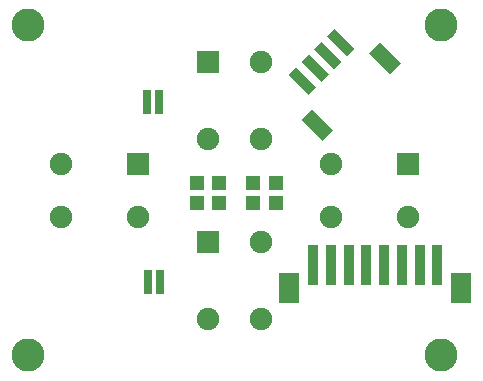
<source format=gts>
G04 DipTrace 2.4.0.2*
%INTopMask.gbr*%
%MOIN*%
%ADD23C,0.11*%
%ADD27R,0.067X0.0986*%
%ADD29R,0.0356X0.138*%
%ADD31C,0.0749*%
%ADD33R,0.0749X0.0749*%
%ADD35R,0.0275X0.022*%
%ADD37R,0.0474X0.0513*%
%FSLAX44Y44*%
G04*
G70*
G90*
G75*
G01*
%LNTopMask*%
%LPD*%
D37*
X11930Y11180D3*
Y10511D3*
X11180Y11180D3*
Y10511D3*
X13055Y11180D3*
Y10511D3*
X13805Y11180D3*
Y10511D3*
D23*
X5555Y16430D3*
X19305Y5430D3*
Y16430D3*
X5555Y5430D3*
G36*
X15095Y15639D2*
X15346Y15890D1*
X16015Y15221D1*
X15764Y14970D1*
X15095Y15639D1*
G37*
G36*
X14246Y14790D2*
X14498Y15042D1*
X15167Y14373D1*
X14915Y14121D1*
X14246Y14790D1*
G37*
G36*
X14671Y15215D2*
X14922Y15466D1*
X15591Y14797D1*
X15340Y14546D1*
X14671Y15215D1*
G37*
G36*
X16926Y15523D2*
X17287Y15883D1*
X17983Y15187D1*
X17623Y14826D1*
X16926Y15523D1*
G37*
G36*
X14677Y13274D2*
X15038Y13635D1*
X15735Y12938D1*
X15374Y12577D1*
X14677Y13274D1*
G37*
G36*
X15519Y16063D2*
X15770Y16315D1*
X16440Y15646D1*
X16188Y15394D1*
X15519Y16063D1*
G37*
D35*
X9555Y7580D3*
Y7980D3*
Y8180D3*
Y7780D3*
X9955Y8180D3*
Y7980D3*
Y7780D3*
Y7580D3*
X9530Y13580D3*
Y13980D3*
Y14180D3*
Y13780D3*
X9930Y14180D3*
Y13980D3*
Y13780D3*
Y13580D3*
D33*
X11544Y15210D3*
D31*
X13316D3*
Y12651D3*
X11544D3*
D33*
X9210Y11816D3*
D31*
Y10044D3*
X6650D3*
Y11816D3*
D33*
X11544Y9210D3*
D31*
X13316D3*
Y6651D3*
X11544D3*
D33*
X18210Y11816D3*
D31*
Y10044D3*
X15650D3*
Y11816D3*
D29*
X17430Y8430D3*
X16830D3*
D27*
X20000Y7690D3*
X14260D3*
D29*
X16240Y8430D3*
X15650D3*
X15060D3*
X18020D3*
X18610D3*
X19200D3*
M02*

</source>
